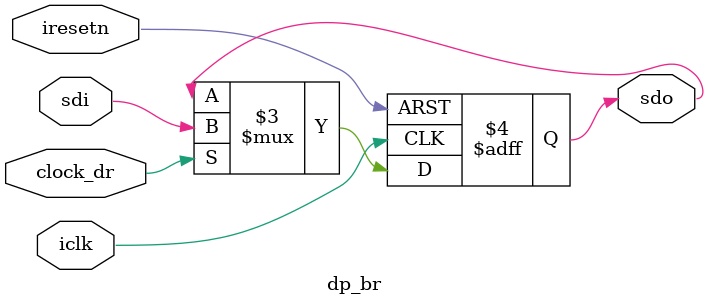
<source format=sv>
/*
*  File            :   dp_br.sv
*  Autor           :   Vlasov D.V.
*  Data            :   2018.04.01
*  Language        :   SystemVerilog
*  Description     :   This is debug bypass register
*  Copyright(c)    :   2018 - 2019 Vlasov D.V.
*/

module dp_br
( 
    // clock and reset
    input   logic   [0 : 0]     iclk,       // internal clock
    input   logic   [0 : 0]     iresetn,    // internal reset
    // serial data
    input   logic   [0 : 0]     sdi,        // serial data input
    output  logic   [0 : 0]     sdo,        // serial data output
    // from tap controller
    input   logic   [0 : 0]     clock_dr    // clock data register
);

    always_ff @(posedge iclk, negedge iresetn)
        if( !iresetn )
            sdo <= '0;
        else
            sdo <= clock_dr ? sdi : sdo;
            
endmodule : dp_br

</source>
